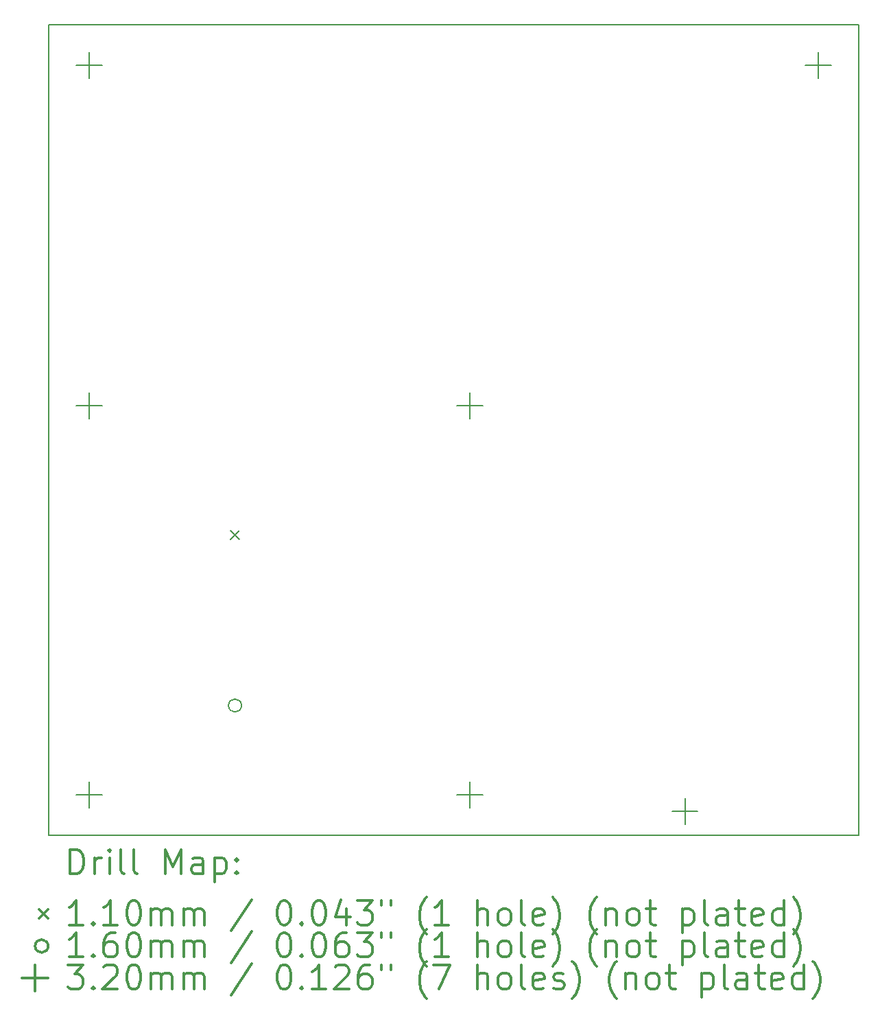
<source format=gbr>
%FSLAX45Y45*%
G04 Gerber Fmt 4.5, Leading zero omitted, Abs format (unit mm)*
G04 Created by KiCad (PCBNEW 4.0.7-e2-6376~58~ubuntu16.04.1) date Tue Oct  2 08:29:19 2018*
%MOMM*%
%LPD*%
G01*
G04 APERTURE LIST*
%ADD10C,0.127000*%
%ADD11C,0.150000*%
%ADD12C,0.200000*%
%ADD13C,0.300000*%
G04 APERTURE END LIST*
D10*
D11*
X20000000Y-5000000D02*
X10000000Y-5000000D01*
X20000000Y-15000000D02*
X20000000Y-5000000D01*
X10000000Y-15000000D02*
X20000000Y-15000000D01*
X10000000Y-5000000D02*
X10000000Y-15000000D01*
D12*
X12244240Y-11241000D02*
X12354240Y-11351000D01*
X12354240Y-11241000D02*
X12244240Y-11351000D01*
X12379240Y-13396000D02*
G75*
G03X12379240Y-13396000I-80000J0D01*
G01*
X10500000Y-5340000D02*
X10500000Y-5660000D01*
X10340000Y-5500000D02*
X10660000Y-5500000D01*
X10500000Y-9540000D02*
X10500000Y-9860000D01*
X10340000Y-9700000D02*
X10660000Y-9700000D01*
X10500000Y-14340000D02*
X10500000Y-14660000D01*
X10340000Y-14500000D02*
X10660000Y-14500000D01*
X15200000Y-9540000D02*
X15200000Y-9860000D01*
X15040000Y-9700000D02*
X15360000Y-9700000D01*
X15200000Y-14340000D02*
X15200000Y-14660000D01*
X15040000Y-14500000D02*
X15360000Y-14500000D01*
X17853406Y-14543806D02*
X17853406Y-14863806D01*
X17693406Y-14703806D02*
X18013406Y-14703806D01*
X19500000Y-5340000D02*
X19500000Y-5660000D01*
X19340000Y-5500000D02*
X19660000Y-5500000D01*
D13*
X10263929Y-15473214D02*
X10263929Y-15173214D01*
X10335357Y-15173214D01*
X10378214Y-15187500D01*
X10406786Y-15216071D01*
X10421071Y-15244643D01*
X10435357Y-15301786D01*
X10435357Y-15344643D01*
X10421071Y-15401786D01*
X10406786Y-15430357D01*
X10378214Y-15458929D01*
X10335357Y-15473214D01*
X10263929Y-15473214D01*
X10563929Y-15473214D02*
X10563929Y-15273214D01*
X10563929Y-15330357D02*
X10578214Y-15301786D01*
X10592500Y-15287500D01*
X10621071Y-15273214D01*
X10649643Y-15273214D01*
X10749643Y-15473214D02*
X10749643Y-15273214D01*
X10749643Y-15173214D02*
X10735357Y-15187500D01*
X10749643Y-15201786D01*
X10763929Y-15187500D01*
X10749643Y-15173214D01*
X10749643Y-15201786D01*
X10935357Y-15473214D02*
X10906786Y-15458929D01*
X10892500Y-15430357D01*
X10892500Y-15173214D01*
X11092500Y-15473214D02*
X11063929Y-15458929D01*
X11049643Y-15430357D01*
X11049643Y-15173214D01*
X11435357Y-15473214D02*
X11435357Y-15173214D01*
X11535357Y-15387500D01*
X11635357Y-15173214D01*
X11635357Y-15473214D01*
X11906786Y-15473214D02*
X11906786Y-15316071D01*
X11892500Y-15287500D01*
X11863928Y-15273214D01*
X11806786Y-15273214D01*
X11778214Y-15287500D01*
X11906786Y-15458929D02*
X11878214Y-15473214D01*
X11806786Y-15473214D01*
X11778214Y-15458929D01*
X11763928Y-15430357D01*
X11763928Y-15401786D01*
X11778214Y-15373214D01*
X11806786Y-15358929D01*
X11878214Y-15358929D01*
X11906786Y-15344643D01*
X12049643Y-15273214D02*
X12049643Y-15573214D01*
X12049643Y-15287500D02*
X12078214Y-15273214D01*
X12135357Y-15273214D01*
X12163928Y-15287500D01*
X12178214Y-15301786D01*
X12192500Y-15330357D01*
X12192500Y-15416071D01*
X12178214Y-15444643D01*
X12163928Y-15458929D01*
X12135357Y-15473214D01*
X12078214Y-15473214D01*
X12049643Y-15458929D01*
X12321071Y-15444643D02*
X12335357Y-15458929D01*
X12321071Y-15473214D01*
X12306786Y-15458929D01*
X12321071Y-15444643D01*
X12321071Y-15473214D01*
X12321071Y-15287500D02*
X12335357Y-15301786D01*
X12321071Y-15316071D01*
X12306786Y-15301786D01*
X12321071Y-15287500D01*
X12321071Y-15316071D01*
X9882500Y-15912500D02*
X9992500Y-16022500D01*
X9992500Y-15912500D02*
X9882500Y-16022500D01*
X10421071Y-16103214D02*
X10249643Y-16103214D01*
X10335357Y-16103214D02*
X10335357Y-15803214D01*
X10306786Y-15846071D01*
X10278214Y-15874643D01*
X10249643Y-15888929D01*
X10549643Y-16074643D02*
X10563929Y-16088929D01*
X10549643Y-16103214D01*
X10535357Y-16088929D01*
X10549643Y-16074643D01*
X10549643Y-16103214D01*
X10849643Y-16103214D02*
X10678214Y-16103214D01*
X10763928Y-16103214D02*
X10763928Y-15803214D01*
X10735357Y-15846071D01*
X10706786Y-15874643D01*
X10678214Y-15888929D01*
X11035357Y-15803214D02*
X11063929Y-15803214D01*
X11092500Y-15817500D01*
X11106786Y-15831786D01*
X11121071Y-15860357D01*
X11135357Y-15917500D01*
X11135357Y-15988929D01*
X11121071Y-16046071D01*
X11106786Y-16074643D01*
X11092500Y-16088929D01*
X11063929Y-16103214D01*
X11035357Y-16103214D01*
X11006786Y-16088929D01*
X10992500Y-16074643D01*
X10978214Y-16046071D01*
X10963929Y-15988929D01*
X10963929Y-15917500D01*
X10978214Y-15860357D01*
X10992500Y-15831786D01*
X11006786Y-15817500D01*
X11035357Y-15803214D01*
X11263928Y-16103214D02*
X11263928Y-15903214D01*
X11263928Y-15931786D02*
X11278214Y-15917500D01*
X11306786Y-15903214D01*
X11349643Y-15903214D01*
X11378214Y-15917500D01*
X11392500Y-15946071D01*
X11392500Y-16103214D01*
X11392500Y-15946071D02*
X11406786Y-15917500D01*
X11435357Y-15903214D01*
X11478214Y-15903214D01*
X11506786Y-15917500D01*
X11521071Y-15946071D01*
X11521071Y-16103214D01*
X11663928Y-16103214D02*
X11663928Y-15903214D01*
X11663928Y-15931786D02*
X11678214Y-15917500D01*
X11706786Y-15903214D01*
X11749643Y-15903214D01*
X11778214Y-15917500D01*
X11792500Y-15946071D01*
X11792500Y-16103214D01*
X11792500Y-15946071D02*
X11806786Y-15917500D01*
X11835357Y-15903214D01*
X11878214Y-15903214D01*
X11906786Y-15917500D01*
X11921071Y-15946071D01*
X11921071Y-16103214D01*
X12506786Y-15788929D02*
X12249643Y-16174643D01*
X12892500Y-15803214D02*
X12921071Y-15803214D01*
X12949643Y-15817500D01*
X12963928Y-15831786D01*
X12978214Y-15860357D01*
X12992500Y-15917500D01*
X12992500Y-15988929D01*
X12978214Y-16046071D01*
X12963928Y-16074643D01*
X12949643Y-16088929D01*
X12921071Y-16103214D01*
X12892500Y-16103214D01*
X12863928Y-16088929D01*
X12849643Y-16074643D01*
X12835357Y-16046071D01*
X12821071Y-15988929D01*
X12821071Y-15917500D01*
X12835357Y-15860357D01*
X12849643Y-15831786D01*
X12863928Y-15817500D01*
X12892500Y-15803214D01*
X13121071Y-16074643D02*
X13135357Y-16088929D01*
X13121071Y-16103214D01*
X13106786Y-16088929D01*
X13121071Y-16074643D01*
X13121071Y-16103214D01*
X13321071Y-15803214D02*
X13349643Y-15803214D01*
X13378214Y-15817500D01*
X13392500Y-15831786D01*
X13406785Y-15860357D01*
X13421071Y-15917500D01*
X13421071Y-15988929D01*
X13406785Y-16046071D01*
X13392500Y-16074643D01*
X13378214Y-16088929D01*
X13349643Y-16103214D01*
X13321071Y-16103214D01*
X13292500Y-16088929D01*
X13278214Y-16074643D01*
X13263928Y-16046071D01*
X13249643Y-15988929D01*
X13249643Y-15917500D01*
X13263928Y-15860357D01*
X13278214Y-15831786D01*
X13292500Y-15817500D01*
X13321071Y-15803214D01*
X13678214Y-15903214D02*
X13678214Y-16103214D01*
X13606785Y-15788929D02*
X13535357Y-16003214D01*
X13721071Y-16003214D01*
X13806785Y-15803214D02*
X13992500Y-15803214D01*
X13892500Y-15917500D01*
X13935357Y-15917500D01*
X13963928Y-15931786D01*
X13978214Y-15946071D01*
X13992500Y-15974643D01*
X13992500Y-16046071D01*
X13978214Y-16074643D01*
X13963928Y-16088929D01*
X13935357Y-16103214D01*
X13849643Y-16103214D01*
X13821071Y-16088929D01*
X13806785Y-16074643D01*
X14106786Y-15803214D02*
X14106786Y-15860357D01*
X14221071Y-15803214D02*
X14221071Y-15860357D01*
X14663928Y-16217500D02*
X14649643Y-16203214D01*
X14621071Y-16160357D01*
X14606785Y-16131786D01*
X14592500Y-16088929D01*
X14578214Y-16017500D01*
X14578214Y-15960357D01*
X14592500Y-15888929D01*
X14606785Y-15846071D01*
X14621071Y-15817500D01*
X14649643Y-15774643D01*
X14663928Y-15760357D01*
X14935357Y-16103214D02*
X14763928Y-16103214D01*
X14849643Y-16103214D02*
X14849643Y-15803214D01*
X14821071Y-15846071D01*
X14792500Y-15874643D01*
X14763928Y-15888929D01*
X15292500Y-16103214D02*
X15292500Y-15803214D01*
X15421071Y-16103214D02*
X15421071Y-15946071D01*
X15406785Y-15917500D01*
X15378214Y-15903214D01*
X15335357Y-15903214D01*
X15306785Y-15917500D01*
X15292500Y-15931786D01*
X15606785Y-16103214D02*
X15578214Y-16088929D01*
X15563928Y-16074643D01*
X15549643Y-16046071D01*
X15549643Y-15960357D01*
X15563928Y-15931786D01*
X15578214Y-15917500D01*
X15606785Y-15903214D01*
X15649643Y-15903214D01*
X15678214Y-15917500D01*
X15692500Y-15931786D01*
X15706785Y-15960357D01*
X15706785Y-16046071D01*
X15692500Y-16074643D01*
X15678214Y-16088929D01*
X15649643Y-16103214D01*
X15606785Y-16103214D01*
X15878214Y-16103214D02*
X15849643Y-16088929D01*
X15835357Y-16060357D01*
X15835357Y-15803214D01*
X16106786Y-16088929D02*
X16078214Y-16103214D01*
X16021071Y-16103214D01*
X15992500Y-16088929D01*
X15978214Y-16060357D01*
X15978214Y-15946071D01*
X15992500Y-15917500D01*
X16021071Y-15903214D01*
X16078214Y-15903214D01*
X16106786Y-15917500D01*
X16121071Y-15946071D01*
X16121071Y-15974643D01*
X15978214Y-16003214D01*
X16221071Y-16217500D02*
X16235357Y-16203214D01*
X16263928Y-16160357D01*
X16278214Y-16131786D01*
X16292500Y-16088929D01*
X16306786Y-16017500D01*
X16306786Y-15960357D01*
X16292500Y-15888929D01*
X16278214Y-15846071D01*
X16263928Y-15817500D01*
X16235357Y-15774643D01*
X16221071Y-15760357D01*
X16763928Y-16217500D02*
X16749643Y-16203214D01*
X16721071Y-16160357D01*
X16706786Y-16131786D01*
X16692500Y-16088929D01*
X16678214Y-16017500D01*
X16678214Y-15960357D01*
X16692500Y-15888929D01*
X16706786Y-15846071D01*
X16721071Y-15817500D01*
X16749643Y-15774643D01*
X16763928Y-15760357D01*
X16878214Y-15903214D02*
X16878214Y-16103214D01*
X16878214Y-15931786D02*
X16892500Y-15917500D01*
X16921071Y-15903214D01*
X16963929Y-15903214D01*
X16992500Y-15917500D01*
X17006786Y-15946071D01*
X17006786Y-16103214D01*
X17192500Y-16103214D02*
X17163929Y-16088929D01*
X17149643Y-16074643D01*
X17135357Y-16046071D01*
X17135357Y-15960357D01*
X17149643Y-15931786D01*
X17163929Y-15917500D01*
X17192500Y-15903214D01*
X17235357Y-15903214D01*
X17263929Y-15917500D01*
X17278214Y-15931786D01*
X17292500Y-15960357D01*
X17292500Y-16046071D01*
X17278214Y-16074643D01*
X17263929Y-16088929D01*
X17235357Y-16103214D01*
X17192500Y-16103214D01*
X17378214Y-15903214D02*
X17492500Y-15903214D01*
X17421071Y-15803214D02*
X17421071Y-16060357D01*
X17435357Y-16088929D01*
X17463929Y-16103214D01*
X17492500Y-16103214D01*
X17821071Y-15903214D02*
X17821071Y-16203214D01*
X17821071Y-15917500D02*
X17849643Y-15903214D01*
X17906786Y-15903214D01*
X17935357Y-15917500D01*
X17949643Y-15931786D01*
X17963929Y-15960357D01*
X17963929Y-16046071D01*
X17949643Y-16074643D01*
X17935357Y-16088929D01*
X17906786Y-16103214D01*
X17849643Y-16103214D01*
X17821071Y-16088929D01*
X18135357Y-16103214D02*
X18106786Y-16088929D01*
X18092500Y-16060357D01*
X18092500Y-15803214D01*
X18378214Y-16103214D02*
X18378214Y-15946071D01*
X18363929Y-15917500D01*
X18335357Y-15903214D01*
X18278214Y-15903214D01*
X18249643Y-15917500D01*
X18378214Y-16088929D02*
X18349643Y-16103214D01*
X18278214Y-16103214D01*
X18249643Y-16088929D01*
X18235357Y-16060357D01*
X18235357Y-16031786D01*
X18249643Y-16003214D01*
X18278214Y-15988929D01*
X18349643Y-15988929D01*
X18378214Y-15974643D01*
X18478214Y-15903214D02*
X18592500Y-15903214D01*
X18521072Y-15803214D02*
X18521072Y-16060357D01*
X18535357Y-16088929D01*
X18563929Y-16103214D01*
X18592500Y-16103214D01*
X18806786Y-16088929D02*
X18778214Y-16103214D01*
X18721072Y-16103214D01*
X18692500Y-16088929D01*
X18678214Y-16060357D01*
X18678214Y-15946071D01*
X18692500Y-15917500D01*
X18721072Y-15903214D01*
X18778214Y-15903214D01*
X18806786Y-15917500D01*
X18821072Y-15946071D01*
X18821072Y-15974643D01*
X18678214Y-16003214D01*
X19078214Y-16103214D02*
X19078214Y-15803214D01*
X19078214Y-16088929D02*
X19049643Y-16103214D01*
X18992500Y-16103214D01*
X18963929Y-16088929D01*
X18949643Y-16074643D01*
X18935357Y-16046071D01*
X18935357Y-15960357D01*
X18949643Y-15931786D01*
X18963929Y-15917500D01*
X18992500Y-15903214D01*
X19049643Y-15903214D01*
X19078214Y-15917500D01*
X19192500Y-16217500D02*
X19206786Y-16203214D01*
X19235357Y-16160357D01*
X19249643Y-16131786D01*
X19263929Y-16088929D01*
X19278214Y-16017500D01*
X19278214Y-15960357D01*
X19263929Y-15888929D01*
X19249643Y-15846071D01*
X19235357Y-15817500D01*
X19206786Y-15774643D01*
X19192500Y-15760357D01*
X9992500Y-16363500D02*
G75*
G03X9992500Y-16363500I-80000J0D01*
G01*
X10421071Y-16499214D02*
X10249643Y-16499214D01*
X10335357Y-16499214D02*
X10335357Y-16199214D01*
X10306786Y-16242071D01*
X10278214Y-16270643D01*
X10249643Y-16284929D01*
X10549643Y-16470643D02*
X10563929Y-16484929D01*
X10549643Y-16499214D01*
X10535357Y-16484929D01*
X10549643Y-16470643D01*
X10549643Y-16499214D01*
X10821071Y-16199214D02*
X10763928Y-16199214D01*
X10735357Y-16213500D01*
X10721071Y-16227786D01*
X10692500Y-16270643D01*
X10678214Y-16327786D01*
X10678214Y-16442071D01*
X10692500Y-16470643D01*
X10706786Y-16484929D01*
X10735357Y-16499214D01*
X10792500Y-16499214D01*
X10821071Y-16484929D01*
X10835357Y-16470643D01*
X10849643Y-16442071D01*
X10849643Y-16370643D01*
X10835357Y-16342071D01*
X10821071Y-16327786D01*
X10792500Y-16313500D01*
X10735357Y-16313500D01*
X10706786Y-16327786D01*
X10692500Y-16342071D01*
X10678214Y-16370643D01*
X11035357Y-16199214D02*
X11063929Y-16199214D01*
X11092500Y-16213500D01*
X11106786Y-16227786D01*
X11121071Y-16256357D01*
X11135357Y-16313500D01*
X11135357Y-16384929D01*
X11121071Y-16442071D01*
X11106786Y-16470643D01*
X11092500Y-16484929D01*
X11063929Y-16499214D01*
X11035357Y-16499214D01*
X11006786Y-16484929D01*
X10992500Y-16470643D01*
X10978214Y-16442071D01*
X10963929Y-16384929D01*
X10963929Y-16313500D01*
X10978214Y-16256357D01*
X10992500Y-16227786D01*
X11006786Y-16213500D01*
X11035357Y-16199214D01*
X11263928Y-16499214D02*
X11263928Y-16299214D01*
X11263928Y-16327786D02*
X11278214Y-16313500D01*
X11306786Y-16299214D01*
X11349643Y-16299214D01*
X11378214Y-16313500D01*
X11392500Y-16342071D01*
X11392500Y-16499214D01*
X11392500Y-16342071D02*
X11406786Y-16313500D01*
X11435357Y-16299214D01*
X11478214Y-16299214D01*
X11506786Y-16313500D01*
X11521071Y-16342071D01*
X11521071Y-16499214D01*
X11663928Y-16499214D02*
X11663928Y-16299214D01*
X11663928Y-16327786D02*
X11678214Y-16313500D01*
X11706786Y-16299214D01*
X11749643Y-16299214D01*
X11778214Y-16313500D01*
X11792500Y-16342071D01*
X11792500Y-16499214D01*
X11792500Y-16342071D02*
X11806786Y-16313500D01*
X11835357Y-16299214D01*
X11878214Y-16299214D01*
X11906786Y-16313500D01*
X11921071Y-16342071D01*
X11921071Y-16499214D01*
X12506786Y-16184929D02*
X12249643Y-16570643D01*
X12892500Y-16199214D02*
X12921071Y-16199214D01*
X12949643Y-16213500D01*
X12963928Y-16227786D01*
X12978214Y-16256357D01*
X12992500Y-16313500D01*
X12992500Y-16384929D01*
X12978214Y-16442071D01*
X12963928Y-16470643D01*
X12949643Y-16484929D01*
X12921071Y-16499214D01*
X12892500Y-16499214D01*
X12863928Y-16484929D01*
X12849643Y-16470643D01*
X12835357Y-16442071D01*
X12821071Y-16384929D01*
X12821071Y-16313500D01*
X12835357Y-16256357D01*
X12849643Y-16227786D01*
X12863928Y-16213500D01*
X12892500Y-16199214D01*
X13121071Y-16470643D02*
X13135357Y-16484929D01*
X13121071Y-16499214D01*
X13106786Y-16484929D01*
X13121071Y-16470643D01*
X13121071Y-16499214D01*
X13321071Y-16199214D02*
X13349643Y-16199214D01*
X13378214Y-16213500D01*
X13392500Y-16227786D01*
X13406785Y-16256357D01*
X13421071Y-16313500D01*
X13421071Y-16384929D01*
X13406785Y-16442071D01*
X13392500Y-16470643D01*
X13378214Y-16484929D01*
X13349643Y-16499214D01*
X13321071Y-16499214D01*
X13292500Y-16484929D01*
X13278214Y-16470643D01*
X13263928Y-16442071D01*
X13249643Y-16384929D01*
X13249643Y-16313500D01*
X13263928Y-16256357D01*
X13278214Y-16227786D01*
X13292500Y-16213500D01*
X13321071Y-16199214D01*
X13678214Y-16199214D02*
X13621071Y-16199214D01*
X13592500Y-16213500D01*
X13578214Y-16227786D01*
X13549643Y-16270643D01*
X13535357Y-16327786D01*
X13535357Y-16442071D01*
X13549643Y-16470643D01*
X13563928Y-16484929D01*
X13592500Y-16499214D01*
X13649643Y-16499214D01*
X13678214Y-16484929D01*
X13692500Y-16470643D01*
X13706785Y-16442071D01*
X13706785Y-16370643D01*
X13692500Y-16342071D01*
X13678214Y-16327786D01*
X13649643Y-16313500D01*
X13592500Y-16313500D01*
X13563928Y-16327786D01*
X13549643Y-16342071D01*
X13535357Y-16370643D01*
X13806785Y-16199214D02*
X13992500Y-16199214D01*
X13892500Y-16313500D01*
X13935357Y-16313500D01*
X13963928Y-16327786D01*
X13978214Y-16342071D01*
X13992500Y-16370643D01*
X13992500Y-16442071D01*
X13978214Y-16470643D01*
X13963928Y-16484929D01*
X13935357Y-16499214D01*
X13849643Y-16499214D01*
X13821071Y-16484929D01*
X13806785Y-16470643D01*
X14106786Y-16199214D02*
X14106786Y-16256357D01*
X14221071Y-16199214D02*
X14221071Y-16256357D01*
X14663928Y-16613500D02*
X14649643Y-16599214D01*
X14621071Y-16556357D01*
X14606785Y-16527786D01*
X14592500Y-16484929D01*
X14578214Y-16413500D01*
X14578214Y-16356357D01*
X14592500Y-16284929D01*
X14606785Y-16242071D01*
X14621071Y-16213500D01*
X14649643Y-16170643D01*
X14663928Y-16156357D01*
X14935357Y-16499214D02*
X14763928Y-16499214D01*
X14849643Y-16499214D02*
X14849643Y-16199214D01*
X14821071Y-16242071D01*
X14792500Y-16270643D01*
X14763928Y-16284929D01*
X15292500Y-16499214D02*
X15292500Y-16199214D01*
X15421071Y-16499214D02*
X15421071Y-16342071D01*
X15406785Y-16313500D01*
X15378214Y-16299214D01*
X15335357Y-16299214D01*
X15306785Y-16313500D01*
X15292500Y-16327786D01*
X15606785Y-16499214D02*
X15578214Y-16484929D01*
X15563928Y-16470643D01*
X15549643Y-16442071D01*
X15549643Y-16356357D01*
X15563928Y-16327786D01*
X15578214Y-16313500D01*
X15606785Y-16299214D01*
X15649643Y-16299214D01*
X15678214Y-16313500D01*
X15692500Y-16327786D01*
X15706785Y-16356357D01*
X15706785Y-16442071D01*
X15692500Y-16470643D01*
X15678214Y-16484929D01*
X15649643Y-16499214D01*
X15606785Y-16499214D01*
X15878214Y-16499214D02*
X15849643Y-16484929D01*
X15835357Y-16456357D01*
X15835357Y-16199214D01*
X16106786Y-16484929D02*
X16078214Y-16499214D01*
X16021071Y-16499214D01*
X15992500Y-16484929D01*
X15978214Y-16456357D01*
X15978214Y-16342071D01*
X15992500Y-16313500D01*
X16021071Y-16299214D01*
X16078214Y-16299214D01*
X16106786Y-16313500D01*
X16121071Y-16342071D01*
X16121071Y-16370643D01*
X15978214Y-16399214D01*
X16221071Y-16613500D02*
X16235357Y-16599214D01*
X16263928Y-16556357D01*
X16278214Y-16527786D01*
X16292500Y-16484929D01*
X16306786Y-16413500D01*
X16306786Y-16356357D01*
X16292500Y-16284929D01*
X16278214Y-16242071D01*
X16263928Y-16213500D01*
X16235357Y-16170643D01*
X16221071Y-16156357D01*
X16763928Y-16613500D02*
X16749643Y-16599214D01*
X16721071Y-16556357D01*
X16706786Y-16527786D01*
X16692500Y-16484929D01*
X16678214Y-16413500D01*
X16678214Y-16356357D01*
X16692500Y-16284929D01*
X16706786Y-16242071D01*
X16721071Y-16213500D01*
X16749643Y-16170643D01*
X16763928Y-16156357D01*
X16878214Y-16299214D02*
X16878214Y-16499214D01*
X16878214Y-16327786D02*
X16892500Y-16313500D01*
X16921071Y-16299214D01*
X16963929Y-16299214D01*
X16992500Y-16313500D01*
X17006786Y-16342071D01*
X17006786Y-16499214D01*
X17192500Y-16499214D02*
X17163929Y-16484929D01*
X17149643Y-16470643D01*
X17135357Y-16442071D01*
X17135357Y-16356357D01*
X17149643Y-16327786D01*
X17163929Y-16313500D01*
X17192500Y-16299214D01*
X17235357Y-16299214D01*
X17263929Y-16313500D01*
X17278214Y-16327786D01*
X17292500Y-16356357D01*
X17292500Y-16442071D01*
X17278214Y-16470643D01*
X17263929Y-16484929D01*
X17235357Y-16499214D01*
X17192500Y-16499214D01*
X17378214Y-16299214D02*
X17492500Y-16299214D01*
X17421071Y-16199214D02*
X17421071Y-16456357D01*
X17435357Y-16484929D01*
X17463929Y-16499214D01*
X17492500Y-16499214D01*
X17821071Y-16299214D02*
X17821071Y-16599214D01*
X17821071Y-16313500D02*
X17849643Y-16299214D01*
X17906786Y-16299214D01*
X17935357Y-16313500D01*
X17949643Y-16327786D01*
X17963929Y-16356357D01*
X17963929Y-16442071D01*
X17949643Y-16470643D01*
X17935357Y-16484929D01*
X17906786Y-16499214D01*
X17849643Y-16499214D01*
X17821071Y-16484929D01*
X18135357Y-16499214D02*
X18106786Y-16484929D01*
X18092500Y-16456357D01*
X18092500Y-16199214D01*
X18378214Y-16499214D02*
X18378214Y-16342071D01*
X18363929Y-16313500D01*
X18335357Y-16299214D01*
X18278214Y-16299214D01*
X18249643Y-16313500D01*
X18378214Y-16484929D02*
X18349643Y-16499214D01*
X18278214Y-16499214D01*
X18249643Y-16484929D01*
X18235357Y-16456357D01*
X18235357Y-16427786D01*
X18249643Y-16399214D01*
X18278214Y-16384929D01*
X18349643Y-16384929D01*
X18378214Y-16370643D01*
X18478214Y-16299214D02*
X18592500Y-16299214D01*
X18521072Y-16199214D02*
X18521072Y-16456357D01*
X18535357Y-16484929D01*
X18563929Y-16499214D01*
X18592500Y-16499214D01*
X18806786Y-16484929D02*
X18778214Y-16499214D01*
X18721072Y-16499214D01*
X18692500Y-16484929D01*
X18678214Y-16456357D01*
X18678214Y-16342071D01*
X18692500Y-16313500D01*
X18721072Y-16299214D01*
X18778214Y-16299214D01*
X18806786Y-16313500D01*
X18821072Y-16342071D01*
X18821072Y-16370643D01*
X18678214Y-16399214D01*
X19078214Y-16499214D02*
X19078214Y-16199214D01*
X19078214Y-16484929D02*
X19049643Y-16499214D01*
X18992500Y-16499214D01*
X18963929Y-16484929D01*
X18949643Y-16470643D01*
X18935357Y-16442071D01*
X18935357Y-16356357D01*
X18949643Y-16327786D01*
X18963929Y-16313500D01*
X18992500Y-16299214D01*
X19049643Y-16299214D01*
X19078214Y-16313500D01*
X19192500Y-16613500D02*
X19206786Y-16599214D01*
X19235357Y-16556357D01*
X19249643Y-16527786D01*
X19263929Y-16484929D01*
X19278214Y-16413500D01*
X19278214Y-16356357D01*
X19263929Y-16284929D01*
X19249643Y-16242071D01*
X19235357Y-16213500D01*
X19206786Y-16170643D01*
X19192500Y-16156357D01*
X9832500Y-16599500D02*
X9832500Y-16919500D01*
X9672500Y-16759500D02*
X9992500Y-16759500D01*
X10235357Y-16595214D02*
X10421071Y-16595214D01*
X10321071Y-16709500D01*
X10363929Y-16709500D01*
X10392500Y-16723786D01*
X10406786Y-16738071D01*
X10421071Y-16766643D01*
X10421071Y-16838072D01*
X10406786Y-16866643D01*
X10392500Y-16880929D01*
X10363929Y-16895214D01*
X10278214Y-16895214D01*
X10249643Y-16880929D01*
X10235357Y-16866643D01*
X10549643Y-16866643D02*
X10563929Y-16880929D01*
X10549643Y-16895214D01*
X10535357Y-16880929D01*
X10549643Y-16866643D01*
X10549643Y-16895214D01*
X10678214Y-16623786D02*
X10692500Y-16609500D01*
X10721071Y-16595214D01*
X10792500Y-16595214D01*
X10821071Y-16609500D01*
X10835357Y-16623786D01*
X10849643Y-16652357D01*
X10849643Y-16680929D01*
X10835357Y-16723786D01*
X10663928Y-16895214D01*
X10849643Y-16895214D01*
X11035357Y-16595214D02*
X11063929Y-16595214D01*
X11092500Y-16609500D01*
X11106786Y-16623786D01*
X11121071Y-16652357D01*
X11135357Y-16709500D01*
X11135357Y-16780929D01*
X11121071Y-16838072D01*
X11106786Y-16866643D01*
X11092500Y-16880929D01*
X11063929Y-16895214D01*
X11035357Y-16895214D01*
X11006786Y-16880929D01*
X10992500Y-16866643D01*
X10978214Y-16838072D01*
X10963929Y-16780929D01*
X10963929Y-16709500D01*
X10978214Y-16652357D01*
X10992500Y-16623786D01*
X11006786Y-16609500D01*
X11035357Y-16595214D01*
X11263928Y-16895214D02*
X11263928Y-16695214D01*
X11263928Y-16723786D02*
X11278214Y-16709500D01*
X11306786Y-16695214D01*
X11349643Y-16695214D01*
X11378214Y-16709500D01*
X11392500Y-16738071D01*
X11392500Y-16895214D01*
X11392500Y-16738071D02*
X11406786Y-16709500D01*
X11435357Y-16695214D01*
X11478214Y-16695214D01*
X11506786Y-16709500D01*
X11521071Y-16738071D01*
X11521071Y-16895214D01*
X11663928Y-16895214D02*
X11663928Y-16695214D01*
X11663928Y-16723786D02*
X11678214Y-16709500D01*
X11706786Y-16695214D01*
X11749643Y-16695214D01*
X11778214Y-16709500D01*
X11792500Y-16738071D01*
X11792500Y-16895214D01*
X11792500Y-16738071D02*
X11806786Y-16709500D01*
X11835357Y-16695214D01*
X11878214Y-16695214D01*
X11906786Y-16709500D01*
X11921071Y-16738071D01*
X11921071Y-16895214D01*
X12506786Y-16580929D02*
X12249643Y-16966643D01*
X12892500Y-16595214D02*
X12921071Y-16595214D01*
X12949643Y-16609500D01*
X12963928Y-16623786D01*
X12978214Y-16652357D01*
X12992500Y-16709500D01*
X12992500Y-16780929D01*
X12978214Y-16838072D01*
X12963928Y-16866643D01*
X12949643Y-16880929D01*
X12921071Y-16895214D01*
X12892500Y-16895214D01*
X12863928Y-16880929D01*
X12849643Y-16866643D01*
X12835357Y-16838072D01*
X12821071Y-16780929D01*
X12821071Y-16709500D01*
X12835357Y-16652357D01*
X12849643Y-16623786D01*
X12863928Y-16609500D01*
X12892500Y-16595214D01*
X13121071Y-16866643D02*
X13135357Y-16880929D01*
X13121071Y-16895214D01*
X13106786Y-16880929D01*
X13121071Y-16866643D01*
X13121071Y-16895214D01*
X13421071Y-16895214D02*
X13249643Y-16895214D01*
X13335357Y-16895214D02*
X13335357Y-16595214D01*
X13306785Y-16638071D01*
X13278214Y-16666643D01*
X13249643Y-16680929D01*
X13535357Y-16623786D02*
X13549643Y-16609500D01*
X13578214Y-16595214D01*
X13649643Y-16595214D01*
X13678214Y-16609500D01*
X13692500Y-16623786D01*
X13706785Y-16652357D01*
X13706785Y-16680929D01*
X13692500Y-16723786D01*
X13521071Y-16895214D01*
X13706785Y-16895214D01*
X13963928Y-16595214D02*
X13906785Y-16595214D01*
X13878214Y-16609500D01*
X13863928Y-16623786D01*
X13835357Y-16666643D01*
X13821071Y-16723786D01*
X13821071Y-16838072D01*
X13835357Y-16866643D01*
X13849643Y-16880929D01*
X13878214Y-16895214D01*
X13935357Y-16895214D01*
X13963928Y-16880929D01*
X13978214Y-16866643D01*
X13992500Y-16838072D01*
X13992500Y-16766643D01*
X13978214Y-16738071D01*
X13963928Y-16723786D01*
X13935357Y-16709500D01*
X13878214Y-16709500D01*
X13849643Y-16723786D01*
X13835357Y-16738071D01*
X13821071Y-16766643D01*
X14106786Y-16595214D02*
X14106786Y-16652357D01*
X14221071Y-16595214D02*
X14221071Y-16652357D01*
X14663928Y-17009500D02*
X14649643Y-16995214D01*
X14621071Y-16952357D01*
X14606785Y-16923786D01*
X14592500Y-16880929D01*
X14578214Y-16809500D01*
X14578214Y-16752357D01*
X14592500Y-16680929D01*
X14606785Y-16638071D01*
X14621071Y-16609500D01*
X14649643Y-16566643D01*
X14663928Y-16552357D01*
X14749643Y-16595214D02*
X14949643Y-16595214D01*
X14821071Y-16895214D01*
X15292500Y-16895214D02*
X15292500Y-16595214D01*
X15421071Y-16895214D02*
X15421071Y-16738071D01*
X15406785Y-16709500D01*
X15378214Y-16695214D01*
X15335357Y-16695214D01*
X15306785Y-16709500D01*
X15292500Y-16723786D01*
X15606785Y-16895214D02*
X15578214Y-16880929D01*
X15563928Y-16866643D01*
X15549643Y-16838072D01*
X15549643Y-16752357D01*
X15563928Y-16723786D01*
X15578214Y-16709500D01*
X15606785Y-16695214D01*
X15649643Y-16695214D01*
X15678214Y-16709500D01*
X15692500Y-16723786D01*
X15706785Y-16752357D01*
X15706785Y-16838072D01*
X15692500Y-16866643D01*
X15678214Y-16880929D01*
X15649643Y-16895214D01*
X15606785Y-16895214D01*
X15878214Y-16895214D02*
X15849643Y-16880929D01*
X15835357Y-16852357D01*
X15835357Y-16595214D01*
X16106786Y-16880929D02*
X16078214Y-16895214D01*
X16021071Y-16895214D01*
X15992500Y-16880929D01*
X15978214Y-16852357D01*
X15978214Y-16738071D01*
X15992500Y-16709500D01*
X16021071Y-16695214D01*
X16078214Y-16695214D01*
X16106786Y-16709500D01*
X16121071Y-16738071D01*
X16121071Y-16766643D01*
X15978214Y-16795214D01*
X16235357Y-16880929D02*
X16263928Y-16895214D01*
X16321071Y-16895214D01*
X16349643Y-16880929D01*
X16363928Y-16852357D01*
X16363928Y-16838072D01*
X16349643Y-16809500D01*
X16321071Y-16795214D01*
X16278214Y-16795214D01*
X16249643Y-16780929D01*
X16235357Y-16752357D01*
X16235357Y-16738071D01*
X16249643Y-16709500D01*
X16278214Y-16695214D01*
X16321071Y-16695214D01*
X16349643Y-16709500D01*
X16463928Y-17009500D02*
X16478214Y-16995214D01*
X16506786Y-16952357D01*
X16521071Y-16923786D01*
X16535357Y-16880929D01*
X16549643Y-16809500D01*
X16549643Y-16752357D01*
X16535357Y-16680929D01*
X16521071Y-16638071D01*
X16506786Y-16609500D01*
X16478214Y-16566643D01*
X16463928Y-16552357D01*
X17006786Y-17009500D02*
X16992500Y-16995214D01*
X16963928Y-16952357D01*
X16949643Y-16923786D01*
X16935357Y-16880929D01*
X16921071Y-16809500D01*
X16921071Y-16752357D01*
X16935357Y-16680929D01*
X16949643Y-16638071D01*
X16963928Y-16609500D01*
X16992500Y-16566643D01*
X17006786Y-16552357D01*
X17121071Y-16695214D02*
X17121071Y-16895214D01*
X17121071Y-16723786D02*
X17135357Y-16709500D01*
X17163928Y-16695214D01*
X17206786Y-16695214D01*
X17235357Y-16709500D01*
X17249643Y-16738071D01*
X17249643Y-16895214D01*
X17435357Y-16895214D02*
X17406786Y-16880929D01*
X17392500Y-16866643D01*
X17378214Y-16838072D01*
X17378214Y-16752357D01*
X17392500Y-16723786D01*
X17406786Y-16709500D01*
X17435357Y-16695214D01*
X17478214Y-16695214D01*
X17506786Y-16709500D01*
X17521071Y-16723786D01*
X17535357Y-16752357D01*
X17535357Y-16838072D01*
X17521071Y-16866643D01*
X17506786Y-16880929D01*
X17478214Y-16895214D01*
X17435357Y-16895214D01*
X17621071Y-16695214D02*
X17735357Y-16695214D01*
X17663929Y-16595214D02*
X17663929Y-16852357D01*
X17678214Y-16880929D01*
X17706786Y-16895214D01*
X17735357Y-16895214D01*
X18063929Y-16695214D02*
X18063929Y-16995214D01*
X18063929Y-16709500D02*
X18092500Y-16695214D01*
X18149643Y-16695214D01*
X18178214Y-16709500D01*
X18192500Y-16723786D01*
X18206786Y-16752357D01*
X18206786Y-16838072D01*
X18192500Y-16866643D01*
X18178214Y-16880929D01*
X18149643Y-16895214D01*
X18092500Y-16895214D01*
X18063929Y-16880929D01*
X18378214Y-16895214D02*
X18349643Y-16880929D01*
X18335357Y-16852357D01*
X18335357Y-16595214D01*
X18621071Y-16895214D02*
X18621071Y-16738071D01*
X18606786Y-16709500D01*
X18578214Y-16695214D01*
X18521071Y-16695214D01*
X18492500Y-16709500D01*
X18621071Y-16880929D02*
X18592500Y-16895214D01*
X18521071Y-16895214D01*
X18492500Y-16880929D01*
X18478214Y-16852357D01*
X18478214Y-16823786D01*
X18492500Y-16795214D01*
X18521071Y-16780929D01*
X18592500Y-16780929D01*
X18621071Y-16766643D01*
X18721071Y-16695214D02*
X18835357Y-16695214D01*
X18763929Y-16595214D02*
X18763929Y-16852357D01*
X18778214Y-16880929D01*
X18806786Y-16895214D01*
X18835357Y-16895214D01*
X19049643Y-16880929D02*
X19021072Y-16895214D01*
X18963929Y-16895214D01*
X18935357Y-16880929D01*
X18921072Y-16852357D01*
X18921072Y-16738071D01*
X18935357Y-16709500D01*
X18963929Y-16695214D01*
X19021072Y-16695214D01*
X19049643Y-16709500D01*
X19063929Y-16738071D01*
X19063929Y-16766643D01*
X18921072Y-16795214D01*
X19321072Y-16895214D02*
X19321072Y-16595214D01*
X19321072Y-16880929D02*
X19292500Y-16895214D01*
X19235357Y-16895214D01*
X19206786Y-16880929D01*
X19192500Y-16866643D01*
X19178214Y-16838072D01*
X19178214Y-16752357D01*
X19192500Y-16723786D01*
X19206786Y-16709500D01*
X19235357Y-16695214D01*
X19292500Y-16695214D01*
X19321072Y-16709500D01*
X19435357Y-17009500D02*
X19449643Y-16995214D01*
X19478214Y-16952357D01*
X19492500Y-16923786D01*
X19506786Y-16880929D01*
X19521072Y-16809500D01*
X19521072Y-16752357D01*
X19506786Y-16680929D01*
X19492500Y-16638071D01*
X19478214Y-16609500D01*
X19449643Y-16566643D01*
X19435357Y-16552357D01*
M02*

</source>
